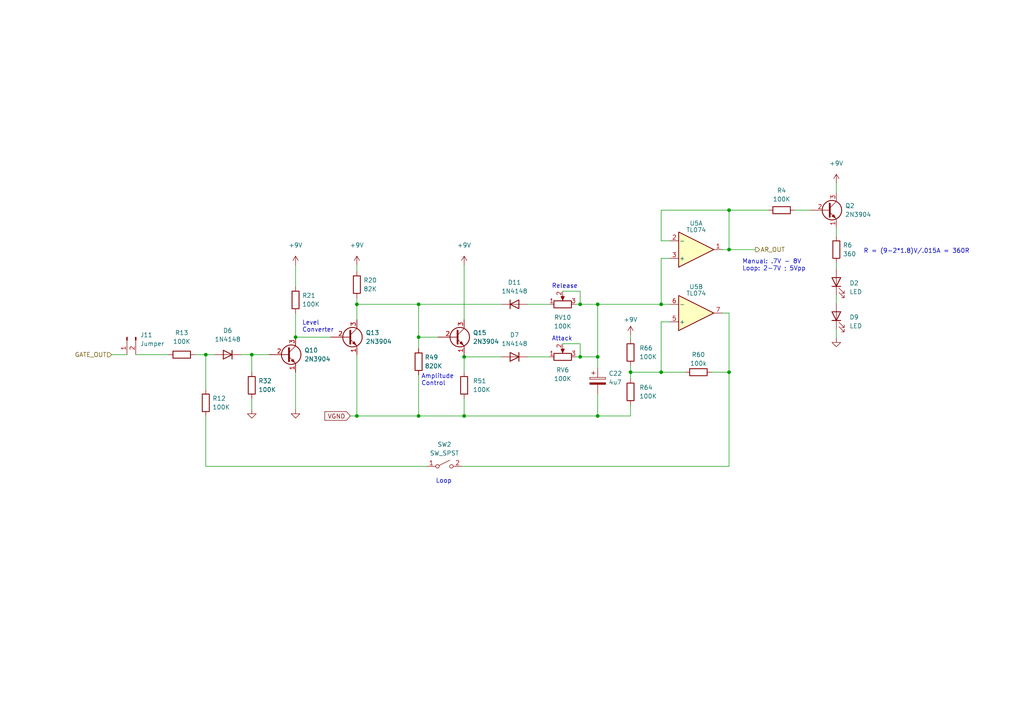
<source format=kicad_sch>
(kicad_sch (version 20230121) (generator eeschema)
  (paper "A4")
  (title_block (title "LivSynth - EG") (date "2022-07-18") (rev "${Version}") (company "SloBlo Labs"))
  (lib_symbols
    (symbol "Amplifier_Operational:TL074" (pin_names (offset 0.127))
      (property "Reference" "U" (at 0 5.08 0))
      (property "Value" "TL074" (at 0 -5.08 0))
      (symbol "TL074_1_1"
        (polyline (pts (xy -5.08 5.08) (xy 5.08 0) (xy -5.08 -5.08) (xy -5.08 5.08)) (stroke (width 0.254)) (fill (type background)))
        (pin output line (at 7.62 0 180) (length 2.54) (name "~") (number "1"))
        (pin input line (at -7.62 -2.54 0) (length 2.54) (name "-") (number "2"))
        (pin input line (at -7.62 2.54 0) (length 2.54) (name "+") (number "3"))
      )
      (symbol "TL074_2_1"
        (polyline (pts (xy -5.08 5.08) (xy 5.08 0) (xy -5.08 -5.08) (xy -5.08 5.08)) (stroke (width 0.254)) (fill (type background)))
        (pin input line (at -7.62 2.54 0) (length 2.54) (name "+") (number "5"))
        (pin input line (at -7.62 -2.54 0) (length 2.54) (name "-") (number "6"))
        (pin output line (at 7.62 0 180) (length 2.54) (name "~") (number "7"))
      )
      (symbol "TL074_3_1"
        (polyline (pts (xy -5.08 5.08) (xy 5.08 0) (xy -5.08 -5.08) (xy -5.08 5.08)) (stroke (width 0.254)) (fill (type background)))
        (pin input line (at -7.62 2.54 0) (length 2.54) (name "+") (number "10"))
        (pin output line (at 7.62 0 180) (length 2.54) (name "~") (number "8"))
        (pin input line (at -7.62 -2.54 0) (length 2.54) (name "-") (number "9"))
      )
      (symbol "TL074_4_1"
        (polyline (pts (xy -5.08 5.08) (xy 5.08 0) (xy -5.08 -5.08) (xy -5.08 5.08)) (stroke (width 0.254)) (fill (type background)))
        (pin input line (at -7.62 2.54 0) (length 2.54) (name "+") (number "12"))
        (pin input line (at -7.62 -2.54 0) (length 2.54) (name "-") (number "13"))
        (pin output line (at 7.62 0 180) (length 2.54) (name "~") (number "14"))
      )
      (symbol "TL074_5_1"
        (pin power_in line (at -2.54 -7.62 90) (length 3.81) (name "V-") (number "11"))
        (pin power_in line (at -2.54 7.62 270) (length 3.81) (name "V+") (number "4"))
      )
    )
    (symbol "Connector:Conn_01x02_Male" (pin_names (offset 1.016) hide)
      (property "Reference" "J" (at 0 2.54 0))
      (property "Value" "Conn_01x02_Male" (at 0 -5.08 0))
      (symbol "Conn_01x02_Male_1_1"
        (polyline (pts (xy 1.27 -2.54) (xy 0.8636 -2.54)) (stroke (width 0.1524)))
        (polyline (pts (xy 1.27 0) (xy 0.8636 0)) (stroke (width 0.1524)))
        (rectangle (start 0.8636 -2.413) (end 0 -2.667) (stroke (width 0.1524)) (fill (type outline)))
        (rectangle (start 0.8636 0.127) (end 0 -0.127) (stroke (width 0.1524)) (fill (type outline)))
        (pin passive line (at 5.08 0 180) (length 3.81) (name "Pin_1") (number "1"))
        (pin passive line (at 5.08 -2.54 180) (length 3.81) (name "Pin_2") (number "2"))
      )
    )
    (symbol "Device:C_Polarized" (pin_numbers hide) (pin_names (offset 0.254))
      (property "Reference" "C" (at 0.635 2.54 0))
      (property "Value" "C_Polarized" (at 0.635 -2.54 0))
      (symbol "C_Polarized_0_1"
        (rectangle (start -2.286 0.508) (end 2.286 1.016))
        (polyline (pts (xy -1.778 2.286) (xy -0.762 2.286)))
        (polyline (pts (xy -1.27 2.794) (xy -1.27 1.778)))
        (rectangle (start 2.286 -0.508) (end -2.286 -1.016) (fill (type outline)))
      )
      (symbol "C_Polarized_1_1"
        (pin passive line (at 0 3.81 270) (length 2.794) (name "~") (number "1"))
        (pin passive line (at 0 -3.81 90) (length 2.794) (name "~") (number "2"))
      )
    )
    (symbol "Device:D" (pin_numbers hide) (pin_names (offset 1.016) hide)
      (property "Reference" "D" (at 0 2.54 0))
      (property "Value" "D" (at 0 -2.54 0))
      (symbol "D_0_1"
        (polyline (pts (xy -1.27 1.27) (xy -1.27 -1.27)) (stroke (width 0.254)))
        (polyline (pts (xy 1.27 0) (xy -1.27 0)))
        (polyline (pts (xy 1.27 1.27) (xy 1.27 -1.27) (xy -1.27 0) (xy 1.27 1.27)) (stroke (width 0.254)))
      )
      (symbol "D_1_1"
        (pin passive line (at -3.81 0 0) (length 2.54) (name "K") (number "1"))
        (pin passive line (at 3.81 0 180) (length 2.54) (name "A") (number "2"))
      )
    )
    (symbol "Device:LED" (pin_numbers hide) (pin_names (offset 1.016) hide)
      (property "Reference" "D" (at 0 2.54 0))
      (property "Value" "LED" (at 0 -2.54 0))
      (symbol "LED_0_1"
        (polyline (pts (xy -1.27 -1.27) (xy -1.27 1.27)) (stroke (width 0.254)))
        (polyline (pts (xy -1.27 0) (xy 1.27 0)))
        (polyline (pts (xy 1.27 -1.27) (xy 1.27 1.27) (xy -1.27 0) (xy 1.27 -1.27)) (stroke (width 0.254)))
        (polyline (pts (xy -3.048 -0.762) (xy -4.572 -2.286) (xy -3.81 -2.286) (xy -4.572 -2.286) (xy -4.572 -1.524)))
        (polyline (pts (xy -1.778 -0.762) (xy -3.302 -2.286) (xy -2.54 -2.286) (xy -3.302 -2.286) (xy -3.302 -1.524)))
      )
      (symbol "LED_1_1"
        (pin passive line (at -3.81 0 0) (length 2.54) (name "K") (number "1"))
        (pin passive line (at 3.81 0 180) (length 2.54) (name "A") (number "2"))
      )
    )
    (symbol "Device:R" (pin_numbers hide) (pin_names (offset 0))
      (property "Reference" "R" (at 2.032 0 90))
      (property "Value" "R" (at 0 0 90))
      (symbol "R_0_1"
        (rectangle (start -1.016 -2.54) (end 1.016 2.54) (stroke (width 0.254)))
      )
      (symbol "R_1_1"
        (pin passive line (at 0 3.81 270) (length 1.27) (name "~") (number "1"))
        (pin passive line (at 0 -3.81 90) (length 1.27) (name "~") (number "2"))
      )
    )
    (symbol "Device:R_Potentiometer" (pin_names (offset 1.016) hide)
      (property "Reference" "RV" (at -4.445 0 90))
      (property "Value" "R_Potentiometer" (at -2.54 0 90))
      (symbol "R_Potentiometer_0_1"
        (polyline (pts (xy 2.54 0) (xy 1.524 0)))
        (polyline (pts (xy 1.143 0) (xy 2.286 0.508) (xy 2.286 -0.508) (xy 1.143 0)) (fill (type outline)))
        (rectangle (start 1.016 2.54) (end -1.016 -2.54) (stroke (width 0.254)))
      )
      (symbol "R_Potentiometer_1_1"
        (pin passive line (at 0 3.81 270) (length 1.27) (name "1") (number "1"))
        (pin passive line (at 3.81 0 180) (length 1.27) (name "2") (number "2"))
        (pin passive line (at 0 -3.81 90) (length 1.27) (name "3") (number "3"))
      )
    )
    (symbol "Switch:SW_SPST" (pin_names (offset 0) hide)
      (property "Reference" "SW" (at 0 3.175 0))
      (property "Value" "SW_SPST" (at 0 -2.54 0))
      (symbol "SW_SPST_0_0"
        (circle (center -2.032 0) (radius 0.508))
        (polyline (pts (xy -1.524 0.254) (xy 1.524 1.778)))
        (circle (center 2.032 0) (radius 0.508))
      )
      (symbol "SW_SPST_1_1"
        (pin passive line (at -5.08 0 0) (length 2.54) (name "A") (number "1"))
        (pin passive line (at 5.08 0 180) (length 2.54) (name "B") (number "2"))
      )
    )
    (symbol "Transistor_BJT:2N3904" (pin_names (offset 0) hide)
      (property "Reference" "Q" (at 5.08 1.905 0))
      (property "Value" "2N3904" (at 5.08 0 0))
      (symbol "2N3904_0_1"
        (polyline (pts (xy 0.635 0.635) (xy 2.54 2.54)))
        (polyline (pts (xy 0.635 -0.635) (xy 2.54 -2.54) (xy 2.54 -2.54)))
        (polyline (pts (xy 0.635 1.905) (xy 0.635 -1.905) (xy 0.635 -1.905)) (stroke (width 0.508)))
        (polyline (pts (xy 1.27 -1.778) (xy 1.778 -1.27) (xy 2.286 -2.286) (xy 1.27 -1.778) (xy 1.27 -1.778)) (fill (type outline)))
        (circle (center 1.27 0) (radius 2.8194) (stroke (width 0.254)))
      )
      (symbol "2N3904_1_1"
        (pin passive line (at 2.54 -5.08 90) (length 2.54) (name "E") (number "1"))
        (pin passive line (at -5.08 0 0) (length 5.715) (name "B") (number "2"))
        (pin passive line (at 2.54 5.08 270) (length 2.54) (name "C") (number "3"))
      )
    )
    (symbol "power:+9V" (power) (pin_names (offset 0))
      (property "Value" "+9V" (at 0 3.556 0))
      (symbol "+9V_0_1"
        (polyline (pts (xy -0.762 1.27) (xy 0 2.54)))
        (polyline (pts (xy 0 0) (xy 0 2.54)))
        (polyline (pts (xy 0 2.54) (xy 0.762 1.27)))
      )
      (symbol "+9V_1_1"
        (pin power_in line (at 0 0 90) (length 0) hide (name "+9V") (number "1"))
      )
    )
    (symbol "power:GND" (power) (pin_names (offset 0))
      (property "Value" "GND" (at 0 -3.81 0))
      (symbol "GND_0_1"
        (polyline (pts (xy 0 0) (xy 0 -1.27) (xy 1.27 -1.27) (xy 0 -2.54) (xy -1.27 -1.27) (xy 0 -1.27)))
      )
      (symbol "GND_1_1"
        (pin power_in line (at 0 0 270) (length 0) hide (name "GND") (number "1"))
      )
    )
  )
  (junction (at 168.275 88.265))
  (junction (at 134.62 120.65))
  (junction (at 73.025 102.87))
  (junction (at 173.355 120.65))
  (junction (at 191.77 107.95))
  (junction (at 182.88 107.95))
  (junction (at 211.455 60.96))
  (junction (at 134.62 103.505))
  (junction (at 173.355 88.265))
  (junction (at 173.355 103.505))
  (junction (at 59.69 102.87))
  (junction (at 121.412 88.265))
  (junction (at 211.455 72.39))
  (junction (at 168.275 103.505))
  (junction (at 191.77 88.265))
  (junction (at 121.412 120.65))
  (junction (at 103.505 120.65))
  (junction (at 85.725 97.79))
  (junction (at 103.505 88.265))
  (junction (at 211.455 107.95))
  (junction (at 121.412 97.79))
  (wire (pts (xy 59.69 120.65) (xy 59.69 135.255)))
  (wire (pts (xy 134.62 120.65) (xy 173.355 120.65)))
  (wire (pts (xy 103.505 102.87) (xy 103.505 120.65)))
  (wire (pts (xy 173.355 120.65) (xy 182.88 120.65)))
  (wire (pts (xy 121.412 88.265) (xy 121.412 97.79)))
  (wire (pts (xy 168.275 99.695) (xy 163.195 99.695)))
  (wire (pts (xy 211.455 60.96) (xy 211.455 72.39)))
  (wire (pts (xy 134.62 115.57) (xy 134.62 120.65)))
  (wire (pts (xy 168.275 88.265) (xy 173.355 88.265)))
  (wire (pts (xy 85.725 107.95) (xy 85.725 118.745)))
  (wire (pts (xy 103.505 120.65) (xy 121.412 120.65)))
  (wire (pts (xy 168.275 84.455) (xy 163.195 84.455)))
  (wire (pts (xy 194.31 74.93) (xy 191.77 74.93)))
  (wire (pts (xy 121.412 101.092) (xy 121.412 97.79)))
  (wire (pts (xy 103.505 76.835) (xy 103.505 78.74)))
  (wire (pts (xy 103.505 86.36) (xy 103.505 88.265)))
  (wire (pts (xy 32.385 102.87) (xy 36.83 102.87)))
  (wire (pts (xy 211.455 60.96) (xy 222.885 60.96)))
  (wire (pts (xy 191.77 60.96) (xy 211.455 60.96)))
  (wire (pts (xy 103.505 88.265) (xy 121.412 88.265)))
  (wire (pts (xy 103.505 88.265) (xy 103.505 92.71)))
  (wire (pts (xy 209.55 72.39) (xy 211.455 72.39)))
  (wire (pts (xy 134.62 103.505) (xy 134.62 107.95)))
  (wire (pts (xy 211.455 107.95) (xy 211.455 135.255)))
  (wire (pts (xy 194.31 93.345) (xy 191.77 93.345)))
  (wire (pts (xy 191.77 93.345) (xy 191.77 107.95)))
  (wire (pts (xy 85.725 90.805) (xy 85.725 97.79)))
  (wire (pts (xy 56.515 102.87) (xy 59.69 102.87)))
  (wire (pts (xy 242.57 53.086) (xy 242.57 55.88)))
  (wire (pts (xy 59.69 102.87) (xy 62.23 102.87)))
  (wire (pts (xy 134.62 76.835) (xy 134.62 92.71)))
  (wire (pts (xy 191.77 107.95) (xy 198.755 107.95)))
  (wire (pts (xy 168.275 103.505) (xy 168.275 99.695)))
  (wire (pts (xy 168.275 103.505) (xy 173.355 103.505)))
  (wire (pts (xy 121.412 88.265) (xy 145.415 88.265)))
  (wire (pts (xy 173.355 114.3) (xy 173.355 120.65)))
  (wire (pts (xy 134.62 103.505) (xy 145.415 103.505)))
  (wire (pts (xy 211.455 90.805) (xy 211.455 107.95)))
  (wire (pts (xy 230.505 60.96) (xy 234.95 60.96)))
  (wire (pts (xy 182.88 117.475) (xy 182.88 120.65)))
  (wire (pts (xy 59.69 135.255) (xy 123.825 135.255)))
  (wire (pts (xy 59.69 102.87) (xy 59.69 113.03)))
  (wire (pts (xy 173.355 103.505) (xy 173.355 106.68)))
  (wire (pts (xy 173.355 88.265) (xy 191.77 88.265)))
  (wire (pts (xy 211.455 90.805) (xy 209.55 90.805)))
  (wire (pts (xy 194.31 69.85) (xy 191.77 69.85)))
  (wire (pts (xy 153.035 103.505) (xy 159.385 103.505)))
  (wire (pts (xy 85.725 97.79) (xy 95.885 97.79)))
  (wire (pts (xy 242.57 95.504) (xy 242.57 98.044)))
  (wire (pts (xy 167.005 88.265) (xy 168.275 88.265)))
  (wire (pts (xy 121.412 97.79) (xy 127 97.79)))
  (wire (pts (xy 242.57 76.2) (xy 242.57 77.978)))
  (wire (pts (xy 134.62 102.87) (xy 134.62 103.505)))
  (wire (pts (xy 167.005 103.505) (xy 168.275 103.505)))
  (wire (pts (xy 73.025 102.87) (xy 78.105 102.87)))
  (wire (pts (xy 73.025 115.57) (xy 73.025 118.745)))
  (wire (pts (xy 101.6 120.65) (xy 103.505 120.65)))
  (wire (pts (xy 206.375 107.95) (xy 211.455 107.95)))
  (wire (pts (xy 242.57 66.04) (xy 242.57 68.58)))
  (wire (pts (xy 191.77 74.93) (xy 191.77 88.265)))
  (wire (pts (xy 153.035 88.265) (xy 159.385 88.265)))
  (wire (pts (xy 73.025 102.87) (xy 73.025 107.95)))
  (wire (pts (xy 39.37 102.87) (xy 48.895 102.87)))
  (wire (pts (xy 242.57 85.598) (xy 242.57 87.884)))
  (wire (pts (xy 69.85 102.87) (xy 73.025 102.87)))
  (wire (pts (xy 182.88 107.95) (xy 191.77 107.95)))
  (wire (pts (xy 191.77 88.265) (xy 194.31 88.265)))
  (wire (pts (xy 191.77 69.85) (xy 191.77 60.96)))
  (wire (pts (xy 182.88 106.045) (xy 182.88 107.95)))
  (wire (pts (xy 168.275 88.265) (xy 168.275 84.455)))
  (wire (pts (xy 182.88 97.155) (xy 182.88 98.425)))
  (wire (pts (xy 121.412 108.712) (xy 121.412 120.65)))
  (wire (pts (xy 173.355 88.265) (xy 173.355 103.505)))
  (wire (pts (xy 121.412 120.65) (xy 134.62 120.65)))
  (wire (pts (xy 211.455 72.39) (xy 219.075 72.39)))
  (wire (pts (xy 133.985 135.255) (xy 211.455 135.255)))
  (wire (pts (xy 85.725 76.835) (xy 85.725 83.185)))
  (wire (pts (xy 182.88 107.95) (xy 182.88 109.855)))
  (text "R = (9-2*1.8)V/.015A = 360R" (at 250.444 73.66 0) (effects (font (size 1.27 1.27)) (justify left bottom)))
  (text "Attack" (at 160.02 99.06 0) (effects (font (size 1.27 1.27)) (justify left bottom)))
  (text "Amplitude\nControl" (at 122.174 112.014 0) (effects (font (size 1.27 1.27)) (justify left bottom)))
  (text "Release" (at 160.02 83.82 0) (effects (font (size 1.27 1.27)) (justify left bottom)))
  (text "Loop" (at 126.365 140.335 0) (effects (font (size 1.27 1.27)) (justify left bottom)))
  (text "Level\nConverter" (at 87.63 96.52 0) (effects (font (size 1.27 1.27)) (justify left bottom)))
  (text "Manual: .7V - 8V\nLoop: 2-7V ; 5Vpp" (at 215.265 78.74 0) (effects (font (size 1.27 1.27)) (justify left bottom)))
  (global_label "VGND" (shape input) (at 101.6 120.65 180) (property "Intersheetrefs" "${INTERSHEET_REFS}" (effects hide)))
  (hierarchical_label "GATE_OUT" (shape input) (at 32.385 102.87 180))
  (hierarchical_label "AR_OUT" (shape output) (at 219.075 72.39 0))
  (symbol (lib_id "Device:R") (at 121.412 104.902 0) (mirror y) (unit 1)
    (property "Reference" "R49" (at 123.19 103.6319 0) (effects (justify right)))
    (property "Value" "820K" (at 123.19 106.1719 0) (effects (justify right)))
    (property "Footprint" "Resistor_THT:R_Axial_DIN0207_L6.3mm_D2.5mm_P7.62mm_Horizontal" (effects hide))
  )
  (symbol (lib_id "Device:D") (at 149.225 88.265 0) (unit 1)
    (property "Reference" "D11" (at 149.225 81.915 0))
    (property "Value" "1N4148" (at 149.225 84.455 0))
    (property "Footprint" "Diode_THT:D_DO-35_SOD27_P7.62mm_Horizontal" (effects hide))
  )
  (symbol (lib_id "power:+9V") (at 85.725 76.835 0) (unit 1)
    (property "Reference" "#PWR034" (effects hide))
    (property "Value" "+9V" (at 85.725 71.12 0))
  )
  (symbol (lib_id "Transistor_BJT:2N3904") (at 100.965 97.79 0) (unit 1)
    (property "Reference" "Q13" (at 106.045 96.5199 0) (effects (justify left)))
    (property "Value" "2N3904" (at 106.045 99.0599 0) (effects (justify left)))
    (property "Footprint" "Package_TO_SOT_THT:TO-92_Inline" (effects hide))
    (property "Datasheet" "https://www.onsemi.com/pub/Collateral/2N3903-D.PDF" (effects hide))
  )
  (symbol (lib_id "Amplifier_Operational:TL074") (at 201.93 90.805 0) (mirror x) (unit 2)
    (property "Reference" "U5" (at 201.93 83.185 0))
    (property "Value" "TL074" (at 201.93 85.09 0))
    (property "Footprint" "Package_SO:SOIC-14_3.9x8.7mm_P1.27mm" (effects hide))
    (property "Datasheet" "http://www.ti.com/lit/ds/symlink/tl071.pdf" (effects hide))
    (property "LCSC" "C2057504" (effects hide))
  )
  (symbol (lib_id "Device:R") (at 85.725 86.995 0) (unit 1)
    (property "Reference" "R21" (at 87.63 85.7249 0) (effects (justify left)))
    (property "Value" "100K" (at 87.63 88.2649 0) (effects (justify left)))
    (property "Footprint" "Resistor_THT:R_Axial_DIN0207_L6.3mm_D2.5mm_P7.62mm_Horizontal" (effects hide))
  )
  (symbol (lib_id "Transistor_BJT:2N3904") (at 240.03 60.96 0) (unit 1)
    (property "Reference" "Q2" (at 245.11 59.6899 0) (effects (justify left)))
    (property "Value" "2N3904" (at 245.11 62.2299 0) (effects (justify left)))
    (property "Footprint" "Package_TO_SOT_THT:TO-92_Inline" (effects hide))
    (property "Datasheet" "https://www.onsemi.com/pub/Collateral/2N3903-D.PDF" (effects hide))
  )
  (symbol (lib_id "Device:C_Polarized") (at 173.355 110.49 0) (unit 1)
    (property "Reference" "C22" (at 176.53 108.3309 0) (effects (justify left)))
    (property "Value" "4u7" (at 176.53 110.8709 0) (effects (justify left)))
    (property "Footprint" "Capacitor_THT:CP_Radial_D8.0mm_P3.50mm" (effects hide))
  )
  (symbol (lib_id "Device:D") (at 149.225 103.505 180) (unit 1)
    (property "Reference" "D7" (at 149.225 97.155 0))
    (property "Value" "1N4148" (at 149.225 99.695 0))
    (property "Footprint" "Diode_THT:D_DO-35_SOD27_P7.62mm_Horizontal" (effects hide))
  )
  (symbol (lib_id "Device:R") (at 103.505 82.55 0) (unit 1)
    (property "Reference" "R20" (at 105.41 81.2799 0) (effects (justify left)))
    (property "Value" "82K" (at 105.41 83.8199 0) (effects (justify left)))
    (property "Footprint" "Resistor_THT:R_Axial_DIN0207_L6.3mm_D2.5mm_P7.62mm_Horizontal" (effects hide))
  )
  (symbol (lib_id "Device:R") (at 226.695 60.96 270) (unit 1)
    (property "Reference" "R4" (at 226.695 55.245 90))
    (property "Value" "100K" (at 226.695 57.785 90))
    (property "Footprint" "Resistor_THT:R_Axial_DIN0207_L6.3mm_D2.5mm_P7.62mm_Horizontal" (effects hide))
  )
  (symbol (lib_id "Device:R") (at 202.565 107.95 90) (unit 1)
    (property "Reference" "R60" (at 202.565 102.87 90))
    (property "Value" "100k" (at 202.565 105.41 90))
    (property "Footprint" "Resistor_THT:R_Axial_DIN0207_L6.3mm_D2.5mm_P7.62mm_Horizontal" (effects hide))
  )
  (symbol (lib_id "power:+9V") (at 134.62 76.835 0) (unit 1)
    (property "Reference" "#PWR036" (effects hide))
    (property "Value" "+9V" (at 134.62 71.12 0))
  )
  (symbol (lib_id "Transistor_BJT:2N3904") (at 83.185 102.87 0) (unit 1)
    (property "Reference" "Q10" (at 88.265 101.5999 0) (effects (justify left)))
    (property "Value" "2N3904" (at 88.265 104.1399 0) (effects (justify left)))
    (property "Footprint" "Package_TO_SOT_THT:TO-92_Inline" (effects hide))
    (property "Datasheet" "https://www.onsemi.com/pub/Collateral/2N3903-D.PDF" (effects hide))
  )
  (symbol (lib_id "Device:R") (at 73.025 111.76 0) (unit 1)
    (property "Reference" "R32" (at 74.93 110.4899 0) (effects (justify left)))
    (property "Value" "100K" (at 74.93 113.0299 0) (effects (justify left)))
    (property "Footprint" "Resistor_THT:R_Axial_DIN0207_L6.3mm_D2.5mm_P7.62mm_Horizontal" (effects hide))
  )
  (symbol (lib_id "Device:D") (at 66.04 102.87 180) (unit 1)
    (property "Reference" "D6" (at 66.04 95.885 0))
    (property "Value" "1N4148" (at 66.04 98.425 0))
    (property "Footprint" "Diode_THT:D_DO-35_SOD27_P7.62mm_Horizontal" (effects hide))
  )
  (symbol (lib_id "Device:R_Potentiometer") (at 163.195 88.265 90) (unit 1)
    (property "Reference" "RV10" (at 163.195 92.075 90))
    (property "Value" "100K" (at 163.195 94.615 90))
    (property "Footprint" "SloBlo:RV141F-40-20BL" (effects hide))
  )
  (symbol (lib_id "Transistor_BJT:2N3904") (at 132.08 97.79 0) (unit 1)
    (property "Reference" "Q15" (at 137.16 96.5199 0) (effects (justify left)))
    (property "Value" "2N3904" (at 137.16 99.0599 0) (effects (justify left)))
    (property "Footprint" "Package_TO_SOT_THT:TO-92_Inline" (effects hide))
    (property "Datasheet" "https://www.onsemi.com/pub/Collateral/2N3903-D.PDF" (effects hide))
  )
  (symbol (lib_id "Device:R") (at 182.88 102.235 0) (unit 1)
    (property "Reference" "R66" (at 185.42 100.9649 0) (effects (justify left)))
    (property "Value" "100K" (at 185.42 103.5049 0) (effects (justify left)))
    (property "Footprint" "Resistor_THT:R_Axial_DIN0207_L6.3mm_D2.5mm_P7.62mm_Horizontal" (effects hide))
  )
  (symbol (lib_id "power:+9V") (at 103.505 76.835 0) (unit 1)
    (property "Reference" "#PWR035" (effects hide))
    (property "Value" "+9V" (at 103.505 71.12 0))
  )
  (symbol (lib_id "Device:LED") (at 242.57 81.788 90) (unit 1)
    (property "Reference" "D2" (at 246.38 82.1054 90) (effects (justify right)))
    (property "Value" "LED" (at 246.38 84.6454 90) (effects (justify right)))
    (property "Footprint" "LED_THT:LED_D5.0mm" (effects hide))
  )
  (symbol (lib_id "power:GND") (at 85.725 118.745 0) (unit 1)
    (property "Reference" "#PWR039" (effects hide))
    (property "Value" "GND" (effects hide))
  )
  (symbol (lib_id "power:+9V") (at 242.57 53.086 0) (unit 1)
    (property "Reference" "#PWR032" (effects hide))
    (property "Value" "+9V" (at 242.57 47.371 0))
  )
  (symbol (lib_id "Device:R") (at 59.69 116.84 0) (unit 1)
    (property "Reference" "R12" (at 61.595 115.5699 0) (effects (justify left)))
    (property "Value" "100K" (at 61.595 118.1099 0) (effects (justify left)))
    (property "Footprint" "Resistor_THT:R_Axial_DIN0207_L6.3mm_D2.5mm_P7.62mm_Horizontal" (effects hide))
  )
  (symbol (lib_id "power:+9V") (at 182.88 97.155 0) (unit 1)
    (property "Reference" "#PWR037" (effects hide))
    (property "Value" "+9V" (at 182.88 92.71 0))
  )
  (symbol (lib_id "power:GND") (at 73.025 118.745 0) (unit 1)
    (property "Reference" "#PWR038" (effects hide))
    (property "Value" "GND" (effects hide))
  )
  (symbol (lib_id "Connector:Conn_01x02_Male") (at 36.83 97.79 90) (mirror x) (unit 1)
    (property "Reference" "J11" (at 40.64 97.1549 90) (effects (justify right)))
    (property "Value" "Jumper" (at 40.64 99.6949 90) (effects (justify right)))
    (property "Footprint" "Connector_PinHeader_2.54mm:PinHeader_1x02_P2.54mm_Vertical" (effects hide))
  )
  (symbol (lib_id "Device:R") (at 52.705 102.87 90) (unit 1)
    (property "Reference" "R13" (at 52.705 96.52 90))
    (property "Value" "100K" (at 52.705 99.06 90))
    (property "Footprint" "Resistor_THT:R_Axial_DIN0207_L6.3mm_D2.5mm_P7.62mm_Horizontal" (effects hide))
  )
  (symbol (lib_id "Device:R") (at 182.88 113.665 0) (unit 1)
    (property "Reference" "R64" (at 185.42 112.3949 0) (effects (justify left)))
    (property "Value" "100K" (at 185.42 114.9349 0) (effects (justify left)))
    (property "Footprint" "Resistor_THT:R_Axial_DIN0207_L6.3mm_D2.5mm_P7.62mm_Horizontal" (effects hide))
  )
  (symbol (lib_id "power:GND") (at 242.57 98.044 0) (unit 1)
    (property "Reference" "#PWR033" (effects hide))
    (property "Value" "GND" (effects hide))
  )
  (symbol (lib_id "Device:R_Potentiometer") (at 163.195 103.505 90) (unit 1)
    (property "Reference" "RV6" (at 163.195 107.315 90))
    (property "Value" "100K" (at 163.195 109.855 90))
    (property "Footprint" "SloBlo:RV141F-40-20BL" (effects hide))
  )
  (symbol (lib_id "Switch:SW_SPST") (at 128.905 135.255 0) (unit 1)
    (property "Reference" "SW2" (at 128.905 128.905 0))
    (property "Value" "SW_SPST" (at 128.905 131.445 0))
    (property "Footprint" "SloBlo:SW_Toggle_MS500" (effects hide))
  )
  (symbol (lib_id "Device:R") (at 134.62 111.76 0) (unit 1)
    (property "Reference" "R51" (at 137.16 110.4899 0) (effects (justify left)))
    (property "Value" "100K" (at 137.16 113.0299 0) (effects (justify left)))
    (property "Footprint" "Resistor_THT:R_Axial_DIN0207_L6.3mm_D2.5mm_P7.62mm_Horizontal" (effects hide))
  )
  (symbol (lib_id "Device:LED") (at 242.57 91.694 90) (unit 1)
    (property "Reference" "D9" (at 246.38 92.0114 90) (effects (justify right)))
    (property "Value" "LED" (at 246.38 94.5514 90) (effects (justify right)))
    (property "Footprint" "LED_THT:LED_D5.0mm" (effects hide))
  )
  (symbol (lib_id "Amplifier_Operational:TL074") (at 201.93 72.39 0) (mirror x) (unit 1)
    (property "Reference" "U5" (at 201.93 64.77 0))
    (property "Value" "TL074" (at 201.93 66.675 0))
    (property "Footprint" "Package_SO:SOIC-14_3.9x8.7mm_P1.27mm" (effects hide))
    (property "Datasheet" "http://www.ti.com/lit/ds/symlink/tl071.pdf" (effects hide))
    (property "LCSC" "C2057504" (effects hide))
  )
  (symbol (lib_id "Device:R") (at 242.57 72.39 0) (unit 1)
    (property "Reference" "R6" (at 244.475 71.1199 0) (effects (justify left)))
    (property "Value" "360" (at 244.475 73.6599 0) (effects (justify left)))
    (property "Footprint" "Resistor_THT:R_Axial_DIN0207_L6.3mm_D2.5mm_P7.62mm_Horizontal" (effects hide))
  )
)
</source>
